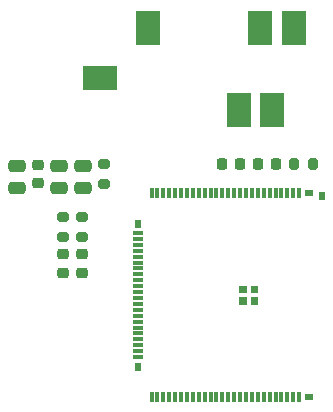
<source format=gtp>
G04 #@! TF.GenerationSoftware,KiCad,Pcbnew,9.0.3*
G04 #@! TF.CreationDate,2025-07-21T23:33:25+01:00*
G04 #@! TF.ProjectId,dectspansion,64656374-7370-4616-9e73-696f6e2e6b69,rev?*
G04 #@! TF.SameCoordinates,Original*
G04 #@! TF.FileFunction,Paste,Top*
G04 #@! TF.FilePolarity,Positive*
%FSLAX46Y46*%
G04 Gerber Fmt 4.6, Leading zero omitted, Abs format (unit mm)*
G04 Created by KiCad (PCBNEW 9.0.3) date 2025-07-21 23:33:25*
%MOMM*%
%LPD*%
G01*
G04 APERTURE LIST*
G04 Aperture macros list*
%AMRoundRect*
0 Rectangle with rounded corners*
0 $1 Rounding radius*
0 $2 $3 $4 $5 $6 $7 $8 $9 X,Y pos of 4 corners*
0 Add a 4 corners polygon primitive as box body*
4,1,4,$2,$3,$4,$5,$6,$7,$8,$9,$2,$3,0*
0 Add four circle primitives for the rounded corners*
1,1,$1+$1,$2,$3*
1,1,$1+$1,$4,$5*
1,1,$1+$1,$6,$7*
1,1,$1+$1,$8,$9*
0 Add four rect primitives between the rounded corners*
20,1,$1+$1,$2,$3,$4,$5,0*
20,1,$1+$1,$4,$5,$6,$7,0*
20,1,$1+$1,$6,$7,$8,$9,0*
20,1,$1+$1,$8,$9,$2,$3,0*%
G04 Aperture macros list end*
%ADD10C,0.000000*%
%ADD11R,2.000000X3.000000*%
%ADD12R,3.000000X2.000000*%
%ADD13RoundRect,0.250000X0.475000X-0.250000X0.475000X0.250000X-0.475000X0.250000X-0.475000X-0.250000X0*%
%ADD14RoundRect,0.225000X-0.225000X-0.250000X0.225000X-0.250000X0.225000X0.250000X-0.225000X0.250000X0*%
%ADD15RoundRect,0.200000X0.275000X-0.200000X0.275000X0.200000X-0.275000X0.200000X-0.275000X-0.200000X0*%
%ADD16RoundRect,0.200000X-0.275000X0.200000X-0.275000X-0.200000X0.275000X-0.200000X0.275000X0.200000X0*%
%ADD17RoundRect,0.200000X-0.200000X-0.275000X0.200000X-0.275000X0.200000X0.275000X-0.200000X0.275000X0*%
%ADD18RoundRect,0.225000X0.250000X-0.225000X0.250000X0.225000X-0.250000X0.225000X-0.250000X-0.225000X0*%
%ADD19RoundRect,0.218750X0.256250X-0.218750X0.256250X0.218750X-0.256250X0.218750X-0.256250X-0.218750X0*%
%ADD20R,0.660000X0.550000*%
%ADD21RoundRect,0.075000X-0.075000X0.370000X-0.075000X-0.370000X0.075000X-0.370000X0.075000X0.370000X0*%
%ADD22R,0.550000X0.800000*%
%ADD23RoundRect,0.075000X-0.370000X-0.075000X0.370000X-0.075000X0.370000X0.075000X-0.370000X0.075000X0*%
G04 APERTURE END LIST*
D10*
G36*
X130090000Y-106775000D02*
G01*
X129440000Y-106775000D01*
X129440000Y-106125000D01*
X130090000Y-106125000D01*
X130090000Y-106775000D01*
G37*
G36*
X130090000Y-107725000D02*
G01*
X129440000Y-107725000D01*
X129440000Y-107075000D01*
X130090000Y-107075000D01*
X130090000Y-107725000D01*
G37*
G36*
X131040000Y-106775000D02*
G01*
X130390000Y-106775000D01*
X130390000Y-106125000D01*
X131040000Y-106125000D01*
X131040000Y-106775000D01*
G37*
G36*
X131040000Y-107725000D02*
G01*
X130390000Y-107725000D01*
X130390000Y-107075000D01*
X131040000Y-107075000D01*
X131040000Y-107725000D01*
G37*
G36*
X136690000Y-98875000D02*
G01*
X136190000Y-98875000D01*
X136190000Y-98175000D01*
X136690000Y-98175000D01*
X136690000Y-98875000D01*
G37*
D11*
X129360000Y-91280000D03*
X131160000Y-84280000D03*
X132160000Y-91280000D03*
X134060000Y-84280000D03*
X121660000Y-84280000D03*
D12*
X117660000Y-88580000D03*
D13*
X110560000Y-97860000D03*
X110560000Y-95960000D03*
D14*
X127935000Y-95790000D03*
X129485000Y-95790000D03*
D13*
X116210000Y-97860000D03*
X116210000Y-95960000D03*
D15*
X114520000Y-101985000D03*
X114520000Y-100335000D03*
D14*
X131005000Y-95790000D03*
X132555000Y-95790000D03*
D16*
X116120000Y-100335000D03*
X116120000Y-101985000D03*
D13*
X114170000Y-97860000D03*
X114170000Y-95960000D03*
D17*
X134025000Y-95790000D03*
X135675000Y-95790000D03*
D16*
X117990000Y-95860000D03*
X117990000Y-97510000D03*
D18*
X112380000Y-97465000D03*
X112380000Y-95915000D03*
D19*
X116140000Y-105035000D03*
X116140000Y-103460000D03*
D20*
X135290000Y-98300000D03*
D21*
X134490000Y-98300000D03*
X133990000Y-98300000D03*
X133490000Y-98300000D03*
X132990000Y-98300000D03*
X132490000Y-98300000D03*
X131990000Y-98300000D03*
X131490000Y-98300000D03*
X130990000Y-98300000D03*
X130490000Y-98300000D03*
X129990000Y-98300000D03*
X129490000Y-98300000D03*
X128990000Y-98300000D03*
X128490000Y-98300000D03*
X127990000Y-98300000D03*
X127490000Y-98300000D03*
X126990000Y-98300000D03*
X126490000Y-98300000D03*
X125990000Y-98300000D03*
X125490000Y-98300000D03*
X124990000Y-98300000D03*
X124490000Y-98300000D03*
X123990000Y-98300000D03*
X123490000Y-98300000D03*
X122990000Y-98300000D03*
X122490000Y-98300000D03*
X121990000Y-98300000D03*
D22*
X120820000Y-100875000D03*
D23*
X120820000Y-101675000D03*
X120820000Y-102175000D03*
X120820000Y-102675000D03*
X120820000Y-103175000D03*
X120820000Y-103675000D03*
X120820000Y-104175000D03*
X120820000Y-104675000D03*
X120820000Y-105175000D03*
X120820000Y-105675000D03*
X120820000Y-106175000D03*
X120820000Y-106675000D03*
X120820000Y-107175000D03*
X120820000Y-107675000D03*
X120820000Y-108175000D03*
X120820000Y-108675000D03*
X120820000Y-109175000D03*
X120820000Y-109675000D03*
X120820000Y-110175000D03*
X120820000Y-110675000D03*
X120820000Y-111175000D03*
X120820000Y-111675000D03*
X120820000Y-112175000D03*
D22*
X120820000Y-112975000D03*
D21*
X121990000Y-115550000D03*
X122490000Y-115550000D03*
X122990000Y-115550000D03*
X123490000Y-115550000D03*
X123990000Y-115550000D03*
X124490000Y-115550000D03*
X124990000Y-115550000D03*
X125490000Y-115550000D03*
X125990000Y-115550000D03*
X126490000Y-115550000D03*
X126990000Y-115550000D03*
X127490000Y-115550000D03*
X127990000Y-115550000D03*
X128490000Y-115550000D03*
X128990000Y-115550000D03*
X129490000Y-115550000D03*
X129990000Y-115550000D03*
X130490000Y-115550000D03*
X130990000Y-115550000D03*
X131490000Y-115550000D03*
X131990000Y-115550000D03*
X132490000Y-115550000D03*
X132990000Y-115550000D03*
X133490000Y-115550000D03*
X133990000Y-115550000D03*
X134490000Y-115550000D03*
D20*
X135290000Y-115550000D03*
D19*
X114490000Y-105037500D03*
X114490000Y-103462500D03*
M02*

</source>
